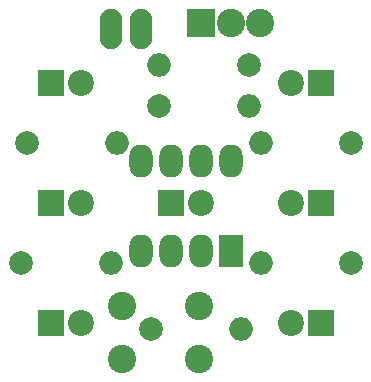
<source format=gbr>
G04 #@! TF.FileFunction,Soldermask,Bot*
%FSLAX46Y46*%
G04 Gerber Fmt 4.6, Leading zero omitted, Abs format (unit mm)*
G04 Created by KiCad (PCBNEW 4.0.7) date 01/31/18 00:20:31*
%MOMM*%
%LPD*%
G01*
G04 APERTURE LIST*
%ADD10C,0.100000*%
%ADD11R,2.400000X2.400000*%
%ADD12C,2.400000*%
%ADD13C,2.000000*%
%ADD14O,2.000000X2.000000*%
%ADD15O,1.910000X3.410000*%
%ADD16R,2.200000X2.200000*%
%ADD17C,2.200000*%
%ADD18R,2.000000X2.800000*%
%ADD19O,2.000000X2.800000*%
G04 APERTURE END LIST*
D10*
D11*
X141732000Y-86868000D03*
D12*
X144272000Y-86868000D03*
X146772000Y-86868000D03*
D13*
X154432000Y-97028000D03*
D14*
X146812000Y-97028000D03*
D12*
X141605000Y-110790600D03*
X141605000Y-115290600D03*
X135105000Y-110790600D03*
X135105000Y-115290600D03*
D13*
X137566400Y-112750600D03*
D14*
X145186400Y-112750600D03*
D15*
X136652000Y-87376000D03*
X134112000Y-87376000D03*
D16*
X129032000Y-91948000D03*
D17*
X131572000Y-91948000D03*
D16*
X129032000Y-102108000D03*
D17*
X131572000Y-102108000D03*
D16*
X129032000Y-112268000D03*
D17*
X131572000Y-112268000D03*
D16*
X139192000Y-102108000D03*
D17*
X141732000Y-102108000D03*
D16*
X151892000Y-91948000D03*
D17*
X149352000Y-91948000D03*
D16*
X151892000Y-102108000D03*
D17*
X149352000Y-102108000D03*
D16*
X151892000Y-112268000D03*
D17*
X149352000Y-112268000D03*
D13*
X127000000Y-97028000D03*
D14*
X134620000Y-97028000D03*
D13*
X126492000Y-107188000D03*
D14*
X134112000Y-107188000D03*
D13*
X138176000Y-93853000D03*
D14*
X145796000Y-93853000D03*
D13*
X145796000Y-90424000D03*
D14*
X138176000Y-90424000D03*
D13*
X154432000Y-107188000D03*
D14*
X146812000Y-107188000D03*
D18*
X144272000Y-106172000D03*
D19*
X136652000Y-98552000D03*
X141732000Y-106172000D03*
X139192000Y-98552000D03*
X139192000Y-106172000D03*
X141732000Y-98552000D03*
X136652000Y-106172000D03*
X144272000Y-98552000D03*
M02*

</source>
